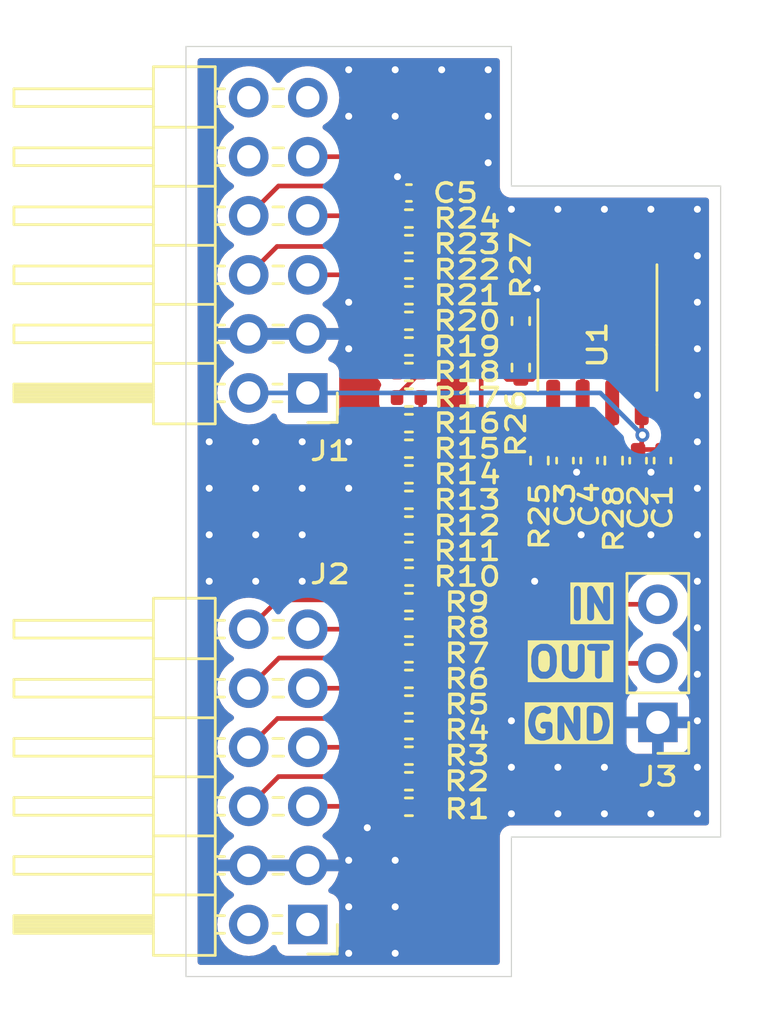
<source format=kicad_pcb>
(kicad_pcb (version 20240108) (generator "pcbnew") (generator_version "8.0")
  (layers (0 "F.Cu" signal) (31 "B.Cu" signal) (34 "B.Paste" user) (35 "F.Paste" user) (36 "B.SilkS" user "B.Silkscreen") (37 "F.SilkS" user "F.Silkscreen") (38 "B.Mask" user) (39 "F.Mask" user) (44 "Edge.Cuts" user))
  (net 0 "")
  (net 1 "+3V3")
  (net 2 "GND")
  (net 3 "Net-(U1B-+)")
  (net 4 "FPGA_43")
  (net 5 "Net-(U1A-+)")
  (net 6 "FPGA_36")
  (net 7 "FPGA_42")
  (net 8 "FPGA_44")
  (net 9 "FPGA_37")
  (net 10 "FPGA_45")
  (net 11 "FPGA_46")
  (net 12 "FPGA_38")
  (net 14 "FPGA_27")
  (net 15 "FPGA_23")
  (net 17 "FPGA_28")
  (net 18 "FPGA_32")
  (net 19 "FPGA_34")
  (net 20 "FPGA_25")
  (net 21 "FPGA_31")
  (net 22 "FPGA_26")
  (net 23 "DAC")
  (net 24 "INPUT")
  (net 25 "Net-(R1-Pad1)")
  (net 26 "Net-(R3-Pad2)")
  (net 27 "Net-(R5-Pad2)")
  (net 28 "Net-(R7-Pad2)")
  (net 29 "Net-(R10-Pad1)")
  (net 30 "Net-(R11-Pad2)")
  (net 31 "Net-(R13-Pad2)")
  (net 32 "Net-(R15-Pad2)")
  (net 33 "Net-(R17-Pad2)")
  (net 34 "Net-(R19-Pad2)")
  (net 35 "Net-(R21-Pad2)")
  (net 36 "Net-(U1B--)")
  (net 37 "Net-(R26-Pad2)")
  (footprint "Capacitor_SMD:C_0402_1005Metric" (layer "F.Cu") (at 154.343472 91.81 -90)
    (property "Reference" "C4" (at 1.9 0 90) (layer "F.SilkS") (effects (font (size 0.8 1))))
    (property "Value" "10n")
    (pad "1" smd roundrect (at -0.48 0 270) (size 0.56 0.62) (layers "F.Cu" "F.Paste" "F.Mask") (net 4 "FPGA_43"))
    (pad "2" smd roundrect (at 0.48 0 270) (size 0.56 0.62) (layers "F.Cu" "F.Paste" "F.Mask") (net 2 "GND"))
  )
  (footprint "Resistor_SMD:R_0402_1005Metric" (layer "F.Cu") (at 146.59 83.6 180)
    (property "Reference" "R22" (at -2.5 0 180) (layer "F.SilkS") (effects (font (size 0.8 1))))
    (property "Value" "20k")
    (pad "1" smd roundrect (at -0.51 0 180) (size 0.54 0.64) (layers "F.Cu" "F.Paste" "F.Mask") (net 35 "Net-(R21-Pad2)"))
    (pad "2" smd roundrect (at 0.51 0 180) (size 0.54 0.64) (layers "F.Cu" "F.Paste" "F.Mask") (net 12 "FPGA_38"))
  )
  (footprint "Resistor_SMD:R_0402_1005Metric" (layer "F.Cu") (at 146.59 88 180)
    (property "Reference" "R18" (at -2.5 0 180) (layer "F.SilkS") (effects (font (size 0.8 1))))
    (property "Value" "20k")
    (pad "1" smd roundrect (at -0.51 0 180) (size 0.54 0.64) (layers "F.Cu" "F.Paste" "F.Mask") (net 33 "Net-(R17-Pad2)"))
    (pad "2" smd roundrect (at 0.51 0 180) (size 0.54 0.64) (layers "F.Cu" "F.Paste" "F.Mask") (net 6 "FPGA_36"))
  )
  (footprint "Resistor_SMD:R_0402_1005Metric" (layer "F.Cu") (at 146.59 89.1 180)
    (property "Reference" "R17" (at -2.5 0 180) (layer "F.SilkS") (effects (font (size 0.8 1))))
    (property "Value" "10k")
    (pad "1" smd roundrect (at -0.51 0 180) (size 0.54 0.64) (layers "F.Cu" "F.Paste" "F.Mask") (net 32 "Net-(R15-Pad2)"))
    (pad "2" smd roundrect (at 0.51 0 180) (size 0.54 0.64) (layers "F.Cu" "F.Paste" "F.Mask") (net 33 "Net-(R17-Pad2)"))
  )
  (footprint "Resistor_SMD:R_0402_1005Metric" (layer "F.Cu") (at 146.59 101.2 180)
    (property "Reference" "R6" (at -2.5 0 180) (layer "F.SilkS") (effects (font (size 0.8 1))))
    (property "Value" "20k")
    (pad "1" smd roundrect (at -0.51 0 180) (size 0.54 0.64) (layers "F.Cu" "F.Paste" "F.Mask") (net 27 "Net-(R5-Pad2)"))
    (pad "2" smd roundrect (at 0.51 0 180) (size 0.54 0.64) (layers "F.Cu" "F.Paste" "F.Mask") (net 22 "FPGA_26"))
  )
  (footprint "Resistor_SMD:R_0402_1005Metric" (layer "F.Cu") (at 151.405 87.81 90)
    (property "Reference" "R26" (at -2.4 -0.205 -90) (layer "F.SilkS") (effects (font (size 0.8 1))))
    (property "Value" "10k")
    (pad "1" smd roundrect (at -0.51 0 90) (size 0.54 0.64) (layers "F.Cu" "F.Paste" "F.Mask") (net 36 "Net-(U1B--)"))
    (pad "2" smd roundrect (at 0.51 0 90) (size 0.54 0.64) (layers "F.Cu" "F.Paste" "F.Mask") (net 37 "Net-(R26-Pad2)"))
  )
  (footprint "Connector_PinHeader_2.54mm:PinHeader_2x06_P2.54mm_Horizontal" (layer "F.Cu") (at 142.24 111.76 180)
    (property "Reference" "J2" (at -0.96 15.06 180) (layer "F.SilkS") (effects (font (size 0.8 1))))
    (property "Value" "PMOD3")
    (pad "1" thru_hole rect (at 0 0 180) (size 1.7 1.7) (drill 1) (layers "*.Cu" "*.Mask"))
    (pad "2" thru_hole oval (at 2.54 0 180) (size 1.7 1.7) (drill 1) (layers "*.Cu" "*.Mask"))
    (pad "3" thru_hole oval (at 0 2.54 180) (size 1.7 1.7) (drill 1) (layers "*.Cu" "*.Mask") (net 2 "GND"))
    (pad "4" thru_hole oval (at 2.54 2.54 180) (size 1.7 1.7) (drill 1) (layers "*.Cu" "*.Mask") (net 2 "GND"))
    (pad "5" thru_hole oval (at 0 5.08 180) (size 1.7 1.7) (drill 1) (layers "*.Cu" "*.Mask") (net 15 "FPGA_23"))
    (pad "6" thru_hole oval (at 2.54 5.08 180) (size 1.7 1.7) (drill 1) (layers "*.Cu" "*.Mask") (net 20 "FPGA_25"))
    (pad "7" thru_hole oval (at 0 7.62 180) (size 1.7 1.7) (drill 1) (layers "*.Cu" "*.Mask") (net 22 "FPGA_26"))
    (pad "8" thru_hole oval (at 2.54 7.62 180) (size 1.7 1.7) (drill 1) (layers "*.Cu" "*.Mask") (net 14 "FPGA_27"))
    (pad "9" thru_hole oval (at 0 10.16 180) (size 1.7 1.7) (drill 1) (layers "*.Cu" "*.Mask") (net 17 "FPGA_28"))
    (pad "10" thru_hole oval (at 2.54 10.16 180) (size 1.7 1.7) (drill 1) (layers "*.Cu" "*.Mask") (net 21 "FPGA_31"))
    (pad "11" thru_hole oval (at 0 12.7 180) (size 1.7 1.7) (drill 1) (layers "*.Cu" "*.Mask") (net 18 "FPGA_32"))
    (pad "12" thru_hole oval (at 2.54 12.7 180) (size 1.7 1.7) (drill 1) (layers "*.Cu" "*.Mask") (net 19 "FPGA_34"))
  )
  (footprint "Capacitor_SMD:C_0402_1005Metric" (layer "F.Cu") (at 156.449549 91.813544 -90)
    (property "Reference" "C2" (at 2 0 90) (layer "F.SilkS") (effects (font (size 0.8 1))))
    (property "Value" "100n")
    (pad "1" smd roundrect (at -0.48 0 270) (size 0.56 0.62) (layers "F.Cu" "F.Paste" "F.Mask") (net 1 "+3V3"))
    (pad "2" smd roundrect (at 0.48 0 270) (size 0.56 0.62) (layers "F.Cu" "F.Paste" "F.Mask") (net 2 "GND"))
  )
  (footprint "Package_SO:SOIC-8_3.9x4.9mm_P1.27mm" (layer "F.Cu") (at 154.7 86.835 -90)
    (property "Reference" "U1" (at 0 0 90) (layer "F.SilkS") (effects (font (size 0.8 1))))
    (property "Value" "MCP6072-xSN")
    (pad "1" smd roundrect (at -2.475 -1.905 270) (size 1.95 0.6) (layers "F.Cu" "F.Paste" "F.Mask") (net 23 "DAC"))
    (pad "2" smd roundrect (at -2.475 -0.635 270) (size 1.95 0.6) (layers "F.Cu" "F.Paste" "F.Mask") (net 23 "DAC"))
    (pad "3" smd roundrect (at -2.475 0.635 270) (size 1.95 0.6) (layers "F.Cu" "F.Paste" "F.Mask") (net 5 "Net-(U1A-+)"))
    (pad "4" smd roundrect (at -2.475 1.905 270) (size 1.95 0.6) (layers "F.Cu" "F.Paste" "F.Mask") (net 2 "GND"))
    (pad "5" smd roundrect (at 2.475 1.905 270) (size 1.95 0.6) (layers "F.Cu" "F.Paste" "F.Mask") (net 3 "Net-(U1B-+)"))
    (pad "6" smd roundrect (at 2.475 0.635 270) (size 1.95 0.6) (layers "F.Cu" "F.Paste" "F.Mask") (net 36 "Net-(U1B--)"))
    (pad "7" smd roundrect (at 2.475 -0.635 270) (size 1.95 0.6) (layers "F.Cu" "F.Paste" "F.Mask") (net 37 "Net-(R26-Pad2)"))
    (pad "8" smd roundrect (at 2.475 -1.905 270) (size 1.95 0.6) (layers "F.Cu" "F.Paste" "F.Mask") (net 1 "+3V3"))
  )
  (footprint "Connector_PinHeader_2.54mm:PinHeader_2x06_P2.54mm_Horizontal" (layer "F.Cu") (at 142.24 88.9 180)
    (property "Reference" "J1" (at -0.96 -2.5 180) (layer "F.SilkS") (effects (font (size 0.8 1))))
    (property "Value" "PMOD2")
    (pad "1" thru_hole rect (at 0 0 180) (size 1.7 1.7) (drill 1) (layers "*.Cu" "*.Mask") (net 1 "+3V3"))
    (pad "2" thru_hole oval (at 2.54 0 180) (size 1.7 1.7) (drill 1) (layers "*.Cu" "*.Mask") (net 1 "+3V3"))
    (pad "3" thru_hole oval (at 0 2.54 180) (size 1.7 1.7) (drill 1) (layers "*.Cu" "*.Mask") (net 2 "GND"))
    (pad "4" thru_hole oval (at 2.54 2.54 180) (size 1.7 1.7) (drill 1) (layers "*.Cu" "*.Mask") (net 2 "GND"))
    (pad "5" thru_hole oval (at 0 5.08 180) (size 1.7 1.7) (drill 1) (layers "*.Cu" "*.Mask") (net 6 "FPGA_36"))
    (pad "6" thru_hole oval (at 2.54 5.08 180) (size 1.7 1.7) (drill 1) (layers "*.Cu" "*.Mask") (net 9 "FPGA_37"))
    (pad "7" thru_hole oval (at 0 7.62 180) (size 1.7 1.7) (drill 1) (layers "*.Cu" "*.Mask") (net 12 "FPGA_38"))
    (pad "8" thru_hole oval (at 2.54 7.62 180) (size 1.7 1.7) (drill 1) (layers "*.Cu" "*.Mask") (net 7 "FPGA_42"))
    (pad "9" thru_hole oval (at 0 10.16 180) (size 1.7 1.7) (drill 1) (layers "*.Cu" "*.Mask") (net 4 "FPGA_43"))
    (pad "10" thru_hole oval (at 2.54 10.16 180) (size 1.7 1.7) (drill 1) (layers "*.Cu" "*.Mask") (net 8 "FPGA_44"))
    (pad "11" thru_hole oval (at 0 12.7 180) (size 1.7 1.7) (drill 1) (layers "*.Cu" "*.Mask") (net 10 "FPGA_45"))
    (pad "12" thru_hole oval (at 2.54 12.7 180) (size 1.7 1.7) (drill 1) (layers "*.Cu" "*.Mask") (net 11 "FPGA_46"))
  )
  (footprint "Resistor_SMD:R_0402_1005Metric" (layer "F.Cu") (at 146.59 97.9 180)
    (property "Reference" "R9" (at -2.5 0 180) (layer "F.SilkS") (effects (font (size 0.8 1))))
    (property "Value" "10k")
    (pad "1" smd roundrect (at -0.51 0 180) (size 0.54 0.64) (layers "F.Cu" "F.Paste" "F.Mask") (net 28 "Net-(R7-Pad2)"))
    (pad "2" smd roundrect (at 0.51 0 180) (size 0.54 0.64) (layers "F.Cu" "F.Paste" "F.Mask") (net 29 "Net-(R10-Pad1)"))
  )
  (footprint "Resistor_SMD:R_0402_1005Metric" (layer "F.Cu") (at 146.59 99 180)
    (property "Reference" "R8" (at -2.5 0 180) (layer "F.SilkS") (effects (font (size 0.8 1))))
    (property "Value" "20k")
    (pad "1" smd roundrect (at -0.51 0 180) (size 0.54 0.64) (layers "F.Cu" "F.Paste" "F.Mask") (net 28 "Net-(R7-Pad2)"))
    (pad "2" smd roundrect (at 0.51 0 180) (size 0.54 0.64) (layers "F.Cu" "F.Paste" "F.Mask") (net 14 "FPGA_27"))
  )
  (footprint "Resistor_SMD:R_0402_1005Metric" (layer "F.Cu") (at 155.4 91.81 -90)
    (property "Reference" "R28" (at 2.5 0 90) (layer "F.SilkS") (effects (font (size 0.8 1))))
    (property "Value" "20k")
    (pad "1" smd roundrect (at -0.51 0 270) (size 0.54 0.64) (layers "F.Cu" "F.Paste" "F.Mask") (net 37 "Net-(R26-Pad2)"))
    (pad "2" smd roundrect (at 0.51 0 270) (size 0.54 0.64) (layers "F.Cu" "F.Paste" "F.Mask") (net 4 "FPGA_43"))
  )
  (footprint "Resistor_SMD:R_0402_1005Metric" (layer "F.Cu") (at 146.59 84.7 180)
    (property "Reference" "R21" (at -2.5 0 180) (layer "F.SilkS") (effects (font (size 0.8 1))))
    (property "Value" "10k")
    (pad "1" smd roundrect (at -0.51 0 180) (size 0.54 0.64) (layers "F.Cu" "F.Paste" "F.Mask") (net 34 "Net-(R19-Pad2)"))
    (pad "2" smd roundrect (at 0.51 0 180) (size 0.54 0.64) (layers "F.Cu" "F.Paste" "F.Mask") (net 35 "Net-(R21-Pad2)"))
  )
  (footprint "Resistor_SMD:R_0402_1005Metric" (layer "F.Cu") (at 146.6 96.8 180)
    (property "Reference" "R10" (at -2.49 0 180) (layer "F.SilkS") (effects (font (size 0.8 1))))
    (property "Value" "20k")
    (pad "1" smd roundrect (at -0.51 0 180) (size 0.54 0.64) (layers "F.Cu" "F.Paste" "F.Mask") (net 29 "Net-(R10-Pad1)"))
    (pad "2" smd roundrect (at 0.51 0 180) (size 0.54 0.64) (layers "F.Cu" "F.Paste" "F.Mask") (net 17 "FPGA_28"))
  )
  (footprint "Capacitor_SMD:C_0402_1005Metric" (layer "F.Cu") (at 146.59 80.3 180)
    (property "Reference" "C5" (at -2 0 180) (layer "F.SilkS") (effects (font (size 0.8 1))))
    (property "Value" "10n")
    (pad "1" smd roundrect (at -0.48 0 180) (size 0.56 0.62) (layers "F.Cu" "F.Paste" "F.Mask") (net 5 "Net-(U1A-+)"))
    (pad "2" smd roundrect (at 0.48 0 180) (size 0.56 0.62) (layers "F.Cu" "F.Paste" "F.Mask") (net 2 "GND"))
  )
  (footprint "Connector_PinHeader_2.54mm:PinHeader_1x03_P2.54mm_Vertical" (layer "F.Cu") (at 157.3 103.07 180)
    (property "Reference" "J3" (at 0 -2.33 180) (layer "F.SilkS") (effects (font (size 0.8 1))))
    (property "Value" "ANALOG")
    (pad "1" thru_hole rect (at 0 0 180) (size 1.7 1.7) (drill 1) (layers "*.Cu" "*.Mask") (net 2 "GND"))
    (pad "2" thru_hole oval (at 0 2.54 180) (size 1.7 1.7) (drill 1) (layers "*.Cu" "*.Mask") (net 23 "DAC"))
    (pad "3" thru_hole oval (at 0 5.08 180) (size 1.7 1.7) (drill 1) (layers "*.Cu" "*.Mask") (net 24 "INPUT"))
  )
  (footprint "Resistor_SMD:R_0402_1005Metric" (layer "F.Cu") (at 146.59 95.7 180)
    (property "Reference" "R11" (at -2.5 0 180) (layer "F.SilkS") (effects (font (size 0.8 1))))
    (property "Value" "10k")
    (pad "1" smd roundrect (at -0.51 0 180) (size 0.54 0.64) (layers "F.Cu" "F.Paste" "F.Mask") (net 29 "Net-(R10-Pad1)"))
    (pad "2" smd roundrect (at 0.51 0 180) (size 0.54 0.64) (layers "F.Cu" "F.Paste" "F.Mask") (net 30 "Net-(R11-Pad2)"))
  )
  (footprint "Resistor_SMD:R_0402_1005Metric" (layer "F.Cu") (at 146.59 85.8 180)
    (property "Reference" "R20" (at -2.5 0 180) (layer "F.SilkS") (effects (font (size 0.8 1))))
    (property "Value" "20k")
    (pad "1" smd roundrect (at -0.51 0 180) (size 0.54 0.64) (layers "F.Cu" "F.Paste" "F.Mask") (net 34 "Net-(R19-Pad2)"))
    (pad "2" smd roundrect (at 0.51 0 180) (size 0.54 0.64) (layers "F.Cu" "F.Paste" "F.Mask") (net 9 "FPGA_37"))
  )
  (footprint "Resistor_SMD:R_0402_1005Metric" (layer "F.Cu") (at 146.59 86.9 180)
    (property "Reference" "R19" (at -2.5 0 180) (layer "F.SilkS") (effects (font (size 0.8 1))))
    (property "Value" "10k")
    (pad "1" smd roundrect (at -0.51 0 180) (size 0.54 0.64) (layers "F.Cu" "F.Paste" "F.Mask") (net 33 "Net-(R17-Pad2)"))
    (pad "2" smd roundrect (at 0.51 0 180) (size 0.54 0.64) (layers "F.Cu" "F.Paste" "F.Mask") (net 34 "Net-(R19-Pad2)"))
  )
  (footprint "Resistor_SMD:R_0402_1005Metric" (layer "F.Cu") (at 146.59 104.5 180)
    (property "Reference" "R3" (at -2.5 0 180) (layer "F.SilkS") (effects (font (size 0.8 1))))
    (property "Value" "10k")
    (pad "1" smd roundrect (at -0.51 0 180) (size 0.54 0.64) (layers "F.Cu" "F.Paste" "F.Mask") (net 25 "Net-(R1-Pad1)"))
    (pad "2" smd roundrect (at 0.51 0 180) (size 0.54 0.64) (layers "F.Cu" "F.Paste" "F.Mask") (net 26 "Net-(R3-Pad2)"))
  )
  (footprint "Resistor_SMD:R_0402_1005Metric" (layer "F.Cu") (at 146.59 103.4 180)
    (property "Reference" "R4" (at -2.5 0 180) (layer "F.SilkS") (effects (font (size 0.8 1))))
    (property "Value" "20k")
    (pad "1" smd roundrect (at -0.51 0 180) (size 0.54 0.64) (layers "F.Cu" "F.Paste" "F.Mask") (net 26 "Net-(R3-Pad2)"))
    (pad "2" smd roundrect (at 0.51 0 180) (size 0.54 0.64) (layers "F.Cu" "F.Paste" "F.Mask") (net 20 "FPGA_25"))
  )
  (footprint "Resistor_SMD:R_0402_1005Metric" (layer "F.Cu") (at 146.59 91.3 180)
    (property "Reference" "R15" (at -2.5 0 180) (layer "F.SilkS") (effects (font (size 0.8 1))))
    (property "Value" "10k")
    (pad "1" smd roundrect (at -0.51 0 180) (size 0.54 0.64) (layers "F.Cu" "F.Paste" "F.Mask") (net 31 "Net-(R13-Pad2)"))
    (pad "2" smd roundrect (at 0.51 0 180) (size 0.54 0.64) (layers "F.Cu" "F.Paste" "F.Mask") (net 32 "Net-(R15-Pad2)"))
  )
  (footprint "Resistor_SMD:R_0402_1005Metric" (layer "F.Cu") (at 146.59 92.4 180)
    (property "Reference" "R14" (at -2.5 0 180) (layer "F.SilkS") (effects (font (size 0.8 1))))
    (property "Value" "20k")
    (pad "1" smd roundrect (at -0.51 0 180) (size 0.54 0.64) (layers "F.Cu" "F.Paste" "F.Mask") (net 31 "Net-(R13-Pad2)"))
    (pad "2" smd roundrect (at 0.51 0 180) (size 0.54 0.64) (layers "F.Cu" "F.Paste" "F.Mask") (net 18 "FPGA_32"))
  )
  (footprint "Resistor_SMD:R_0402_1005Metric" (layer "F.Cu") (at 152.205 91.81 90)
    (property "Reference" "R25" (at -2.4 0 -90) (layer "F.SilkS") (effects (font (size 0.8 1))))
    (property "Value" "10k")
    (pad "1" smd roundrect (at -0.51 0 90) (size 0.54 0.64) (layers "F.Cu" "F.Paste" "F.Mask") (net 24 "INPUT"))
    (pad "2" smd roundrect (at 0.51 0 90) (size 0.54 0.64) (layers "F.Cu" "F.Paste" "F.Mask") (net 3 "Net-(U1B-+)"))
  )
  (footprint "Capacitor_SMD:C_0402_1005Metric" (layer "F.Cu") (at 157.498689 91.809999 -90)
    (property "Reference" "C1" (at 2 0 90) (layer "F.SilkS") (effects (font (size 0.8 1))))
    (property "Value" "10u")
    (pad "1" smd roundrect (at -0.48 0 270) (size 0.56 0.62) (layers "F.Cu" "F.Paste" "F.Mask") (net 1 "+3V3"))
    (pad "2" smd roundrect (at 0.48 0 270) (size 0.56 0.62) (layers "F.Cu" "F.Paste" "F.Mask") (net 2 "GND"))
  )
  (footprint "Resistor_SMD:R_0402_1005Metric" (layer "F.Cu") (at 146.59 105.6 180)
    (property "Reference" "R2" (at -2.49 0 180) (layer "F.SilkS") (effects (font (size 0.8 1))))
    (property "Value" "20k")
    (pad "1" smd roundrect (at -0.51 0 180) (size 0.54 0.64) (layers "F.Cu" "F.Paste" "F.Mask") (net 25 "Net-(R1-Pad1)"))
    (pad "2" smd roundrect (at 0.51 0 180) (size 0.54 0.64) (layers "F.Cu" "F.Paste" "F.Mask") (net 15 "FPGA_23"))
  )
  (footprint "Resistor_SMD:R_0402_1005Metric" (layer "F.Cu") (at 146.59 94.6 180)
    (property "Reference" "R12" (at -2.5 0 180) (layer "F.SilkS") (effects (font (size 0.8 1))))
    (property "Value" "20k")
    (pad "1" smd roundrect (at -0.51 0 180) (size 0.54 0.64) (layers "F.Cu" "F.Paste" "F.Mask") (net 30 "Net-(R11-Pad2)"))
    (pad "2" smd roundrect (at 0.51 0 180) (size 0.54 0.64) (layers "F.Cu" "F.Paste" "F.Mask") (net 21 "FPGA_31"))
  )
  (footprint "Capacitor_SMD:C_0402_1005Metric" (layer "F.Cu") (at 153.305 91.81 -90)
    (property "Reference" "C3" (at 1.9 0 90) (layer "F.SilkS") (effects (font (size 0.8 1))))
    (property "Value" "100n")
    (pad "1" smd roundrect (at -0.48 0 270) (size 0.56 0.62) (layers "F.Cu" "F.Paste" "F.Mask") (net 3 "Net-(U1B-+)"))
    (pad "2" smd roundrect (at 0.48 0 270) (size 0.56 0.62) (layers "F.Cu" "F.Paste" "F.Mask") (net 2 "GND"))
  )
  (footprint "Resistor_SMD:R_0402_1005Metric" (layer "F.Cu") (at 146.59 82.5 180)
    (property "Reference" "R23" (at -2.5 0 180) (layer "F.SilkS") (effects (font (size 0.8 1))))
    (property "Value" "10k")
    (pad "1" smd roundrect (at -0.51 0 180) (size 0.54 0.64) (layers "F.Cu" "F.Paste" "F.Mask") (net 35 "Net-(R21-Pad2)"))
    (pad "2" smd roundrect (at 0.51 0 180) (size 0.54 0.64) (layers "F.Cu" "F.Paste" "F.Mask") (net 5 "Net-(U1A-+)"))
  )
  (footprint "Resistor_SMD:R_0402_1005Metric" (layer "F.Cu") (at 146.59 102.3 180)
    (property "Reference" "R5" (at -2.5 0 180) (layer "F.SilkS") (effects (font (size 0.8 1))))
    (property "Value" "10k")
    (pad "1" smd roundrect (at -0.51 0 180) (size 0.54 0.64) (layers "F.Cu" "F.Paste" "F.Mask") (net 26 "Net-(R3-Pad2)"))
    (pad "2" smd roundrect (at 0.51 0 180) (size 0.54 0.64) (layers "F.Cu" "F.Paste" "F.Mask") (net 27 "Net-(R5-Pad2)"))
  )
  (footprint "Resistor_SMD:R_0402_1005Metric" (layer "F.Cu") (at 151.405 85.81 -90)
    (property "Reference" "R27" (at -2.4 0 -90) (layer "F.SilkS") (effects (font (size 0.8 1))))
    (property "Value" "680")
    (pad "1" smd roundrect (at -0.51 0 270) (size 0.54 0.64) (layers "F.Cu" "F.Paste" "F.Mask") (net 23 "DAC"))
    (pad "2" smd roundrect (at 0.51 0 270) (size 0.54 0.64) (layers "F.Cu" "F.Paste" "F.Mask") (net 36 "Net-(U1B--)"))
  )
  (footprint "Resistor_SMD:R_0402_1005Metric" (layer "F.Cu") (at 146.59 90.2 180)
    (property "Reference" "R16" (at -2.5 0 180) (layer "F.SilkS") (effects (font (size 0.8 1))))
    (property "Value" "20k")
    (pad "1" smd roundrect (at -0.51 0 180) (size 0.54 0.64) (layers "F.Cu" "F.Paste" "F.Mask") (net 32 "Net-(R15-Pad2)"))
    (pad "2" smd roundrect (at 0.51 0 180) (size 0.54 0.64) (layers "F.Cu" "F.Paste" "F.Mask") (net 19 "FPGA_34"))
  )
  (footprint "Resistor_SMD:R_0402_1005Metric" (layer "F.Cu") (at 146.59 93.5 180)
    (property "Reference" "R13" (at -2.5 0 180) (layer "F.SilkS") (effects (font (size 0.8 1))))
    (property "Value" "10k")
    (pad "1" smd roundrect (at -0.51 0 180) (size 0.54 0.64) (layers "F.Cu" "F.Paste" "F.Mask") (net 30 "Net-(R11-Pad2)"))
    (pad "2" smd roundrect (at 0.51 0 180) (size 0.54 0.64) (layers "F.Cu" "F.Paste" "F.Mask") (net 31 "Net-(R13-Pad2)"))
  )
  (footprint "Resistor_SMD:R_0402_1005Metric" (layer "F.Cu") (at 146.59 106.7 180)
    (property "Reference" "R1" (at -2.5 -0.1 180) (layer "F.SilkS") (effects (font (size 0.8 1))))
    (property "Value" "20k")
    (pad "1" smd roundrect (at -0.51 0 180) (size 0.54 0.64) (layers "F.Cu" "F.Paste" "F.Mask") (net 25 "Net-(R1-Pad1)"))
    (pad "2" smd roundrect (at 0.51 0 180) (size 0.54 0.64) (layers "F.Cu" "F.Paste" "F.Mask") (net 2 "GND"))
  )
  (footprint "Resistor_SMD:R_0402_1005Metric" (layer "F.Cu") (at 146.59 81.4 180)
    (property "Reference" "R24" (at -2.5 0 180) (layer "F.SilkS") (effects (font (size 0.8 1))))
    (property "Value" "20k")
    (pad "1" smd roundrect (at -0.51 0 180) (size 0.54 0.64) (layers "F.Cu" "F.Paste" "F.Mask") (net 5 "Net-(U1A-+)"))
    (pad "2" smd roundrect (at 0.51 0 180) (size 0.54 0.64) (layers "F.Cu" "F.Paste" "F.Mask") (net 7 "FPGA_42"))
  )
  (footprint "Resistor_SMD:R_0402_1005Metric" (layer "F.Cu") (at 146.59 100.1 180)
    (property "Reference" "R7" (at -2.5 0 180) (layer "F.SilkS") (effects (font (size 0.8 1))))
    (property "Value" "10k")
    (pad "1" smd roundrect (at -0.51 0 180) (size 0.54 0.64) (layers "F.Cu" "F.Paste" "F.Mask") (net 27 "Net-(R5-Pad2)"))
    (pad "2" smd roundrect (at 0.51 0 180) (size 0.54 0.64) (layers "F.Cu" "F.Paste" "F.Mask") (net 28 "Net-(R7-Pad2)"))
  )
  (footprint "LOGO" (layer "B.Cu") (at 148.6 81.4 -90)
    (property "Reference" "G***" (hide yes))
    (property "Value" "LOGO" (hide yes))
  )
  (gr_line (start 137 74) (end 137 114) (stroke (width 0.05)) (layer "Edge.Cuts"))
  (gr_line (start 151 114) (end 151 108) (stroke (width 0.05)) (layer "Edge.Cuts"))
  (gr_line (start 151 108) (end 160 108) (stroke (width 0.05)) (layer "Edge.Cuts"))
  (gr_line (start 160 108) (end 160 80) (stroke (width 0.05)) (layer "Edge.Cuts"))
  (gr_line (start 160 80) (end 151 80) (stroke (width 0.05)) (layer "Edge.Cuts"))
  (gr_line (start 137 114) (end 151 114) (stroke (width 0.05)) (layer "Edge.Cuts"))
  (gr_line (start 151 74) (end 137 74) (stroke (width 0.05)) (layer "Edge.Cuts"))
  (gr_line (start 151 80) (end 151 74) (stroke (width 0.05)) (layer "Edge.Cuts"))
  (gr_text "IN" (at 155.576075 98.007723 0) (layer "F.SilkS" knockout) (effects (font (size 1.2 1.2) (thickness 0.3) (bold yes)) (justify right)))
  (gr_text "GND" (at 155.5 103.16518 0) (layer "F.SilkS" knockout) (effects (font (size 1.2 1.2) (thickness 0.3) (bold yes)) (justify right)))
  (gr_text "OUT" (at 155.4 100.5 0) (layer "F.SilkS" knockout) (effects (font (size 1.2 1.2) (thickness 0.3) (bold yes)) (justify right)))
  (segment (start 156.635 90.71) (end 156.605 90.74) (width 0.2) (layer "F.Cu") (net 1))
  (segment (start 156.449549 91.333544) (end 157.495144 91.333544) (width 0.2) (layer "F.Cu") (net 1))
  (segment (start 156.605 90.68) (end 156.635 90.71) (width 0.2) (layer "F.Cu") (net 1))
  (segment (start 156.605 89.31) (end 156.605 90.68) (width 0.2) (layer "F.Cu") (net 1))
  (segment (start 156.605 90.74) (end 156.605 91.178093) (width 0.2) (layer "F.Cu") (net 1))
  (via (at 156.635 90.71) (size 0.6) (drill 0.3) (layers "F.Cu" "B.Cu") (net 1))
  (segment (start 154.825 88.9) (end 156.635 90.71) (width 0.2) (layer "B.Cu") (net 1))
  (segment (start 142.24 88.9) (end 154.825 88.9) (width 0.2) (layer "B.Cu") (net 1))
  (segment (start 142.24 88.9) (end 139.7 88.9) (width 0.2) (layer "B.Cu") (net 1))
  (segment (start 146.11 79.61) (end 146.1 79.6) (width 0.2) (layer "F.Cu") (net 2))
  (segment (start 156.988544 92.293544) (end 157.005 92.31) (width 0.2) (layer "F.Cu") (net 2))
  (segment (start 154.343472 92.29) (end 153.825 92.29) (width 0.2) (layer "F.Cu") (net 2))
  (segment (start 152.155 84.36) (end 152.105 84.41) (width 0.2) (layer "F.Cu") (net 2))
  (segment (start 156.449549 92.293544) (end 156.988544 92.293544) (width 0.2) (layer "F.Cu") (net 2))
  (segment (start 153.825 92.29) (end 153.805 92.31) (width 0.2) (layer "F.Cu") (net 2))
  (segment (start 157.021456 92.293544) (end 157.495144 92.293544) (width 0.2) (layer "F.Cu") (net 2))
  (segment (start 153.785 92.29) (end 153.305 92.29) (width 0.2) (layer "F.Cu") (net 2))
  (segment (start 157.005 92.31) (end 157.021456 92.293544) (width 0.2) (layer "F.Cu") (net 2))
  (segment (start 152.795 84.36) (end 152.155 84.36) (width 0.2) (layer "F.Cu") (net 2))
  (segment (start 146.08 106.7) (end 145.7 106.7) (width 0.2) (layer "F.Cu") (net 2))
  (segment (start 146.11 80.3) (end 146.11 79.61) (width 0.2) (layer "F.Cu") (net 2))
  (segment (start 153.805 92.31) (end 153.785 92.29) (width 0.2) (layer "F.Cu") (net 2))
  (segment (start 145.7 106.7) (end 144.8 107.6) (width 0.2) (layer "F.Cu") (net 2))
  (via (at 159 85) (size 0.6) (drill 0.3) (layers "F.Cu" "B.Cu") (net 2))
  (via (at 140 91) (size 0.6) (drill 0.3) (layers "F.Cu" "B.Cu") (net 2))
  (via (at 159 81) (size 0.6) (drill 0.3) (layers "F.Cu" "B.Cu") (net 2))
  (via (at 144 113) (size 0.6) (drill 0.3) (layers "F.Cu" "B.Cu") (net 2))
  (via (at 159 91) (size 0.6) (drill 0.3) (layers "F.Cu" "B.Cu") (net 2))
  (via (at 152.105 84.41) (size 0.6) (drill 0.3) (layers "F.Cu" "B.Cu") (net 2))
  (via (at 159 97) (size 0.6) (drill 0.3) (layers "F.Cu" "B.Cu") (net 2))
  (via (at 159 89) (size 0.6) (drill 0.3) (layers "F.Cu" "B.Cu") (net 2))
  (via (at 146 113) (size 0.6) (drill 0.3) (layers "F.Cu" "B.Cu") (net 2))
  (via (at 159 105) (size 0.6) (drill 0.3) (layers "F.Cu" "B.Cu") (net 2))
  (via (at 159 93) (size 0.6) (drill 0.3) (layers "F.Cu" "B.Cu") (net 2))
  (via (at 155 107) (size 0.6) (drill 0.3) (layers "F.Cu" "B.Cu") (net 2))
  (via (at 154 95) (size 0.6) (drill 0.3) (layers "F.Cu" "B.Cu") (net 2))
  (via (at 153 105) (size 0.6) (drill 0.3) (layers "F.Cu" "B.Cu") (net 2))
  (via (at 159 107) (size 0.6) (drill 0.3) (layers "F.Cu" "B.Cu") (net 2))
  (via (at 159 99) (size 0.6) (drill 0.3) (layers "F.Cu" "B.Cu") (net 2))
  (via (at 146.1 79.6) (size 0.6) (drill 0.3) (layers "F.Cu" "B.Cu") (net 2))
  (via (at 144 87) (size 0.6) (drill 0.3) (layers "F.Cu" "B.Cu") (net 2))
  (via (at 138 93) (size 0.6) (drill 0.3) (layers "F.Cu" "B.Cu") (net 2))
  (via (at 144 75) (size 0.6) (drill 0.3) (layers "F.Cu" "B.Cu") (net 2))
  (via (at 153 107) (size 0.6) (drill 0.3) (layers "F.Cu" "B.Cu") (net 2))
  (via (at 153.805 92.31) (size 0.6) (drill 0.3) (layers "F.Cu" "B.Cu") (net 2))
  (via (at 150 75) (size 0.6) (drill 0.3) (layers "F.Cu" "B.Cu") (net 2))
  (via (at 157.005 92.31) (size 0.6) (drill 0.3) (layers "F.Cu" "B.Cu") (net 2))
  (via (at 159 83) (size 0.6) (drill 0.3) (layers "F.Cu" "B.Cu") (net 2))
  (via (at 144 85) (size 0.6) (drill 0.3) (layers "F.Cu" "B.Cu") (net 2))
  (via (at 159 103) (size 0.6) (drill 0.3) (layers "F.Cu" "B.Cu") (net 2))
  (via (at 144.8 107.6) (size 0.6) (drill 0.3) (layers "F.Cu" "B.Cu") (net 2))
  (via (at 138 97) (size 0.6) (drill 0.3) (layers "F.Cu" "B.Cu") (net 2))
  (via (at 144 109) (size 0.6) (drill 0.3) (layers "F.Cu" "B.Cu") (net 2))
  (via (at 151 103) (size 0.6) (drill 0.3) (layers "F.Cu" "B.Cu") (net 2))
  (via (at 159 87) (size 0.6) (drill 0.3) (layers "F.Cu" "B.Cu") (net 2))
  (via (at 153 81) (size 0.6) (drill 0.3) (layers "F.Cu" "B.Cu") (net 2))
  (via (at 150 77) (size 0.6) (drill 0.3) (layers "F.Cu" "B.Cu") (net 2))
  (via (at 138 95) (size 0.6) (drill 0.3) (layers "F.Cu" "B.Cu") (net 2))
  (via (at 151 107) (size 0.6) (drill 0.3) (layers "F.Cu" "B.Cu") (net 2))
  (via (at 157 107) (size 0.6) (drill 0.3) (layers "F.Cu" "B.Cu") (net 2))
  (via (at 151 81) (size 0.6) (drill 0.3) (layers "F.Cu" "B.Cu") (net 2))
  (via (at 152 97) (size 0.6) (drill 0.3) (layers "F.Cu" "B.Cu") (net 2))
  (via (at 144 93) (size 0.6) (drill 0.3) (layers "F.Cu" "B.Cu") (net 2))
  (via (at 146 111) (size 0.6) (drill 0.3) (layers "F.Cu" "B.Cu") (net 2))
  (via (at 146 109) (size 0.6) (drill 0.3) (layers "F.Cu" "B.Cu") (net 2))
  (via (at 157 95) (size 0.6) (drill 0.3) (layers "F.Cu" "B.Cu") (net 2))
  (via (at 146 75) (size 0.6) (drill 0.3) (layers "F.Cu" "B.Cu") (net 2))
  (via (at 140 95) (size 0.6) (drill 0.3) (layers "F.Cu" "B.Cu") (net 2))
  (via (at 148 75) (size 0.6) (drill 0.3) (layers "F.Cu" "B.Cu") (net 2))
  (via (at 142 95) (size 0.6) (drill 0.3) (layers "F.Cu" "B.Cu") (net 2))
  (via (at 155 81) (size 0.6) (drill 0.3) (layers "F.Cu" "B.Cu") (net 2))
  (via (at 140 97) (size 0.6) (drill 0.3) (layers "F.Cu" "B.Cu") (net 2))
  (via (at 159 101) (size 0.6) (drill 0.3) (layers "F.Cu" "B.Cu") (net 2))
  (via (at 144 91) (size 0.6) (drill 0.3) (layers "F.Cu" "B.Cu") (net 2))
  (via (at 150 79) (size 0.6) (drill 0.3) (layers "F.Cu" "B.Cu") (net 2))
  (via (at 144 111) (size 0.6) (drill 0.3) (layers "F.Cu" "B.Cu") (net 2))
  (via (at 151 105) (size 0.6) (drill 0.3) (layers "F.Cu" "B.Cu") (net 2))
  (via (at 146 77) (size 0.6) (drill 0.3) (layers "F.Cu" "B.Cu") (net 2))
  (via (at 159 95) (size 0.6) (drill 0.3) (layers "F.Cu" "B.Cu") (net 2))
  (via (at 140 93) (size 0.6) (drill 0.3) (layers "F.Cu" "B.Cu") (net 2))
  (via (at 157 81) (size 0.6) (drill 0.3) (layers "F.Cu" "B.Cu") (net 2))
  (via (at 142 91) (size 0.6) (drill 0.3) (layers "F.Cu" "B.Cu") (net 2))
  (via (at 138 91) (size 0.6) (drill 0.3) (layers "F.Cu" "B.Cu") (net 2))
  (via (at 155 105) (size 0.6) (drill 0.3) (layers "F.Cu" "B.Cu") (net 2))
  (via (at 142 97) (size 0.6) (drill 0.3) (layers "F.Cu" "B.Cu") (net 2))
  (via (at 144 77) (size 0.6) (drill 0.3) (layers "F.Cu" "B.Cu") (net 2))
  (via (at 142 93) (size 0.6) (drill 0.3) (layers "F.Cu" "B.Cu") (net 2))
  (segment (start 153.305 91.33) (end 152.805 91.33) (width 0.2) (layer "F.Cu") (net 3))
  (segment (start 152.805 91.33) (end 152.235 91.33) (width 0.2) (layer "F.Cu") (net 3))
  (segment (start 152.795 91.32) (end 152.805 91.33) (width 0.2) (layer "F.Cu") (net 3))
  (segment (start 152.795 89.31) (end 152.795 91.32) (width 0.2) (layer "F.Cu") (net 3))
  (segment (start 150.8 82) (end 147.54 78.74) (width 0.2) (layer "F.Cu") (net 4))
  (segment (start 158.108689 92.616133) (end 158.108689 82.408689) (width 0.2) (layer "F.Cu") (net 4))
  (segment (start 147.54 78.74) (end 142.24 78.74) (width 0.2) (layer "F.Cu") (net 4))
  (segment (start 155.835 93.31) (end 157.414822 93.31) (width 0.2) (layer "F.Cu") (net 4))
  (segment (start 158.108689 82.408689) (end 157.7 82) (width 0.2) (layer "F.Cu") (net 4))
  (segment (start 155.4 92.875) (end 155.835 93.31) (width 0.2) (layer "F.Cu") (net 4))
  (segment (start 157.7 82) (end 150.8 82) (width 0.2) (layer "F.Cu") (net 4))
  (segment (start 157.414822 93.31) (end 158.108689 92.616133) (width 0.2) (layer "F.Cu") (net 4))
  (segment (start 155.4 92.32) (end 155.4 92.875) (width 0.2) (layer "F.Cu") (net 4))
  (segment (start 155.333472 92.32) (end 154.343472 91.33) (width 0.2) (layer "F.Cu") (net 4))
  (segment (start 150.31 82.81) (end 148.9 81.4) (width 0.2) (layer "F.Cu") (net 5))
  (segment (start 154.065 83.17) (end 153.705 82.81) (width 0.2) (layer "F.Cu") (net 5))
  (segment (start 153.705 82.81) (end 150.31 82.81) (width 0.2) (layer "F.Cu") (net 5))
  (segment (start 148.9 81.4) (end 147.1 81.4) (width 0.2) (layer "F.Cu") (net 5))
  (segment (start 147.1 81.4) (end 147.1 80.33) (width 0.2) (layer "F.Cu") (net 5))
  (segment (start 154.065 84.36) (end 154.065 83.17) (width 0.2) (layer "F.Cu") (net 5))
  (segment (start 146.08 82.42) (end 147.1 81.4) (width 0.2) (layer "F.Cu") (net 5))
  (segment (start 145.4 87.6) (end 145.4 86.2) (width 0.2) (layer "F.Cu") (net 6))
  (segment (start 144.52 83.82) (end 142.24 83.82) (width 0.2) (layer "F.Cu") (net 6))
  (segment (start 144.9 84.2) (end 144.52 83.82) (width 0.2) (layer "F.Cu") (net 6))
  (segment (start 145.8 88) (end 145.4 87.6) (width 0.2) (layer "F.Cu") (net 6))
  (segment (start 144.9 85.7) (end 144.9 84.2) (width 0.2) (layer "F.Cu") (net 6))
  (segment (start 145.4 86.2) (end 144.9 85.7) (width 0.2) (layer "F.Cu") (net 6))
  (segment (start 146.08 88) (end 145.8 88) (width 0.2) (layer "F.Cu") (net 6))
  (segment (start 146.08 81.4) (end 145.5 81.4) (width 0.2) (layer "F.Cu") (net 7))
  (segment (start 145.5 81.4) (end 144.1 80) (width 0.2) (layer "F.Cu") (net 7))
  (segment (start 144.1 80) (end 140.98 80) (width 0.2) (layer "F.Cu") (net 7))
  (segment (start 140.98 80) (end 139.7 81.28) (width 0.2) (layer "F.Cu") (net 7))
  (segment (start 144.5 82.6) (end 144.9 83) (width 0.2) (layer "F.Cu") (net 9))
  (segment (start 145.8 85.8) (end 146.08 85.8) (width 0.2) (layer "F.Cu") (net 9))
  (segment (start 140.92 82.6) (end 144.5 82.6) (width 0.2) (layer "F.Cu") (net 9))
  (segment (start 145.4 85.4) (end 145.8 85.8) (width 0.2) (layer "F.Cu") (net 9))
  (segment (start 144.9 83) (end 144.9 83.4) (width 0.2) (layer "F.Cu") (net 9))
  (segment (start 139.7 83.82) (end 140.92 82.6) (width 0.2) (layer "F.Cu") (net 9))
  (segment (start 144.9 83.4) (end 145.4 83.9) (width 0.2) (layer "F.Cu") (net 9))
  (segment (start 145.4 83.9) (end 145.4 85.4) (width 0.2) (layer "F.Cu") (net 9))
  (segment (start 145.4 83.2) (end 145.4 82.1) (width 0.2) (layer "F.Cu") (net 12))
  (segment (start 145.8 83.6) (end 145.4 83.2) (width 0.2) (layer "F.Cu") (net 12))
  (segment (start 144.58 81.28) (end 142.24 81.28) (width 0.2) (layer "F.Cu") (net 12))
  (segment (start 145.4 82.1) (end 144.58 81.28) (width 0.2) (layer "F.Cu") (net 12))
  (segment (start 146.08 83.6) (end 145.8 83.6) (width 0.2) (layer "F.Cu") (net 12))
  (segment (start 145.4 99.4) (end 145.4 100.9) (width 0.2) (layer "F.Cu") (net 14))
  (segment (start 144.5 102.9) (end 140.94 102.9) (width 0.2) (layer "F.Cu") (net 14))
  (segment (start 146.08 99) (end 145.8 99) (width 0.2) (layer "F.Cu") (net 14))
  (segment (start 144.9 101.4) (end 144.9 102.5) (width 0.2) (layer "F.Cu") (net 14))
  (segment (start 145.4 100.9) (end 144.9 101.4) (width 0.2) (layer "F.Cu") (net 14))
  (segment (start 140.94 102.9) (end 139.7 104.14) (width 0.2) (layer "F.Cu") (net 14))
  (segment (start 145.8 99) (end 145.4 99.4) (width 0.2) (layer "F.Cu") (net 14))
  (segment (start 144.9 102.5) (end 144.5 102.9) (width 0.2) (layer "F.Cu") (net 14))
  (segment (start 142.24 106.68) (end 144.72 106.68) (width 0.2) (layer "F.Cu") (net 15))
  (segment (start 144.72 106.68) (end 145.8 105.6) (width 0.2) (layer "F.Cu") (net 15))
  (segment (start 145.8 105.6) (end 146.08 105.6) (width 0.2) (layer "F.Cu") (net 15))
  (segment (start 145.4 97.2) (end 145.4 98.7) (width 0.2) (layer "F.Cu") (net 17))
  (segment (start 144.9 99.2) (end 144.9 100.7) (width 0.2) (layer "F.Cu") (net 17))
  (segment (start 145.8 96.8) (end 145.4 97.2) (width 0.2) (layer "F.Cu") (net 17))
  (segment (start 146.09 96.8) (end 145.8 96.8) (width 0.2) (layer "F.Cu") (net 17))
  (segment (start 144.9 100.7) (end 144 101.6) (width 0.2) (layer "F.Cu") (net 17))
  (segment (start 145.4 98.7) (end 144.9 99.2) (width 0.2) (layer "F.Cu") (net 17))
  (segment (start 144 101.6) (end 142.24 101.6) (width 0.2) (layer "F.Cu") (net 17))
  (segment (start 144.9 94.8) (end 144.9 96.3) (width 0.2) (layer "F.Cu") (net 18))
  (segment (start 144.4 98.3) (end 143.64 99.06) (width 0.2) (layer "F.Cu") (net 18))
  (segment (start 145.4 94.3) (end 144.9 94.8) (width 0.2) (layer "F.Cu") (net 18))
  (segment (start 143.64 99.06) (end 142.24 99.06) (width 0.2) (layer "F.Cu") (net 18))
  (segment (start 145.4 92.8) (end 145.4 94.3) (width 0.2) (layer "F.Cu") (net 18))
  (segment (start 144.9 96.3) (end 144.4 96.8) (width 0.2) (layer "F.Cu") (net 18))
  (segment (start 145.8 92.4) (end 145.4 92.8) (width 0.2) (layer "F.Cu") (net 18))
  (segment (start 144.4 96.8) (end 144.4 98.3) (width 0.2) (layer "F.Cu") (net 18))
  (segment (start 146.08 92.4) (end 145.8 92.4) (width 0.2) (layer "F.Cu") (net 18))
  (segment (start 144.9 92.6) (end 144.9 94.1) (width 0.2) (layer "F.Cu") (net 19))
  (segment (start 143.5 97.8) (end 140.96 97.8) (width 0.2) (layer "F.Cu") (net 19))
  (segment (start 144.4 94.6) (end 144.4 96.1) (width 0.2) (layer "F.Cu") (net 19))
  (segment (start 145.4 92.1) (end 144.9 92.6) (width 0.2) (layer "F.Cu") (net 19))
  (segment (start 145.8 90.2) (end 145.4 90.6) (width 0.2) (layer "F.Cu") (net 19))
  (segment (start 143.9 97.4) (end 143.5 97.8) (width 0.2) (layer "F.Cu") (net 19))
  (segment (start 145.4 90.6) (end 145.4 92.1) (width 0.2) (layer "F.Cu") (net 19))
  (segment (start 144.4 96.1) (end 143.9 96.6) (width 0.2) (layer "F.Cu") (net 19))
  (segment (start 140.96 97.8) (end 139.7 99.06) (width 0.2) (layer "F.Cu") (net 19))
  (segment (start 143.9 96.6) (end 143.9 97.4) (width 0.2) (layer "F.Cu") (net 19))
  (segment (start 144.9 94.1) (end 144.4 94.6) (width 0.2) (layer "F.Cu") (net 19))
  (segment (start 146.08 90.2) (end 145.8 90.2) (width 0.2) (layer "F.Cu") (net 19))
  (segment (start 145 105.4) (end 140.98 105.4) (width 0.2) (layer "F.Cu") (net 20))
  (segment (start 145.4 105) (end 145 105.4) (width 0.2) (layer "F.Cu") (net 20))
  (segment (start 145.4 103.8) (end 145.4 105) (width 0.2) (layer "F.Cu") (net 20))
  (segment (start 145.8 103.4) (end 145.4 103.8) (width 0.2) (layer "F.Cu") (net 20))
  (segment (start 146.08 103.4) (end 145.8 103.4) (width 0.2) (layer "F.Cu") (net 20))
  (segment (start 140.98 105.4) (end 139.7 106.68) (width 0.2) (layer "F.Cu") (net 20))
  (segment (start 145.4 96.5) (end 144.9 97) (width 0.2) (layer "F.Cu") (net 21))
  (segment (start 141 100.3) (end 139.7 101.6) (width 0.2) (layer "F.Cu") (net 21))
  (segment (start 144.4 99) (end 144.4 99.9) (width 0.2) (layer "F.Cu") (net 21))
  (segment (start 144.4 99.9) (end 144 100.3) (width 0.2) (layer "F.Cu") (net 21))
  (segment (start 145.8 94.6) (end 145.4 95) (width 0.2) (layer "F.Cu") (net 21))
  (segment (start 145.4 95) (end 145.4 96.5) (width 0.2) (layer "F.Cu") (net 21))
  (segment (start 144.9 97) (end 144.9 98.5) (width 0.2) (layer "F.Cu") (net 21))
  (segment (start 144 100.3) (end 141 100.3) (width 0.2) (layer "F.Cu") (net 21))
  (segment (start 144.9 98.5) (end 144.4 99) (width 0.2) (layer "F.Cu") (net 21))
  (segment (start 146.08 94.6) (end 145.8 94.6) (width 0.2) (layer "F.Cu") (net 21))
  (segment (start 145.8 101.2) (end 145.4 101.6) (width 0.2) (layer "F.Cu") (net 22))
  (segment (start 144.26 104.14) (end 142.24 104.14) (width 0.2) (layer "F.Cu") (net 22))
  (segment (start 146.08 101.2) (end 145.8 101.2) (width 0.2) (layer "F.Cu") (net 22))
  (segment (start 145.4 101.6) (end 145.4 103) (width 0.2) (layer "F.Cu") (net 22))
  (segment (start 145.4 103) (end 144.26 104.14) (width 0.2) (layer "F.Cu") (net 22))
  (segment (start 151.405 85.3) (end 150.6 85.3) (width 0.2) (layer "F.Cu") (net 23))
  (segment (start 149.7 99.4) (end 150.83 100.53) (width 0.2) (layer "F.Cu") (net 23))
  (segment (start 156.605 84.36) (end 155.335 84.36) (width 0.2) (layer "F.Cu") (net 23))
  (segment (start 150.6 85.3) (end 149.7 86.2) (width 0.2) (layer "F.Cu") (net 23))
  (segment (start 149.7 86.2) (end 149.7 99.4) (width 0.2) (layer "F.Cu") (net 23))
  (segment (start 155.335 85.48) (end 155.335 84.36) (width 0.2) (layer "F.Cu") (net 23))
  (segment (start 152.305 85.81) (end 155.005 85.81) (width 0.2) (layer "F.Cu") (net 23))
  (segment (start 157.3 100.53) (end 150.83 100.53) (width 0.2) (layer "F.Cu") (net 23))
  (segment (start 151.795 85.3) (end 152.305 85.81) (width 0.2) (layer "F.Cu") (net 23))
  (segment (start 151.405 85.3) (end 151.795 85.3) (width 0.2) (layer "F.Cu") (net 23))
  (segment (start 155.005 85.81) (end 155.335 85.48) (width 0.2) (layer "F.Cu") (net 23))
  (segment (start 150.6 97.4) (end 150.6 92.8) (width 0.2) (layer "F.Cu") (net 24))
  (segment (start 150.6 92.8) (end 151.08 92.32) (width 0.2) (layer "F.Cu") (net 24))
  (segment (start 151.08 92.32) (end 152.205 92.32) (width 0.2) (layer "F.Cu") (net 24))
  (segment (start 151.19 97.99) (end 150.6 97.4) (width 0.2) (layer "F.Cu") (net 24))
  (segment (start 157.3 97.99) (end 151.19 97.99) (width 0.2) (layer "F.Cu") (net 24))
  (segment (start 147.1 106.7) (end 147.1 104.5) (width 0.2) (layer "F.Cu") (net 25))
  (segment (start 147.1 103.4) (end 147.1 102.3) (width 0.2) (layer "F.Cu") (net 26))
  (segment (start 146.08 104.42) (end 147.1 103.4) (width 0.2) (layer "F.Cu") (net 26))
  (segment (start 147.1 101.2) (end 147.1 100.1) (width 0.2) (layer "F.Cu") (net 27))
  (segment (start 146.08 102.22) (end 147.1 101.2) (width 0.2) (layer "F.Cu") (net 27))
  (segment (start 146.08 100.02) (end 147.1 99) (width 0.2) (layer "F.Cu") (net 28))
  (segment (start 147.1 99) (end 147.1 97.9) (width 0.2) (layer "F.Cu") (net 28))
  (segment (start 147.11 96.8) (end 147.11 95.71) (width 0.2) (layer "F.Cu") (net 29))
  (segment (start 146.08 97.83) (end 147.11 96.8) (width 0.2) (layer "F.Cu") (net 29))
  (segment (start 146.08 95.62) (end 147.1 94.6) (width 0.2) (layer "F.Cu") (net 30))
  (segment (start 147.1 94.6) (end 147.1 93.5) (width 0.2) (layer "F.Cu") (net 30))
  (segment (start 147.1 92.4) (end 147.1 91.3) (width 0.2) (layer "F.Cu") (net 31))
  (segment (start 146.08 93.42) (end 147.1 92.4) (width 0.2) (layer "F.Cu") (net 31))
  (segment (start 146.08 91.22) (end 147.1 90.2) (width 0.2) (layer "F.Cu") (net 32))
  (segment (start 147.1 90.2) (end 147.1 89.1) (width 0.2) (layer "F.Cu") (net 32))
  (segment (start 147.1 88) (end 147.1 86.9) (width 0.2) (layer "F.Cu") (net 33))
  (segment (start 146.08 89.02) (end 147.1 88) (width 0.2) (layer "F.Cu") (net 33))
  (segment (start 146.08 86.82) (end 147.1 85.8) (width 0.2) (layer "F.Cu") (net 34))
  (segment (start 147.1 85.8) (end 147.1 84.7) (width 0.2) (layer "F.Cu") (net 34))
  (segment (start 147.1 83.6) (end 147.1 82.5) (width 0.2) (layer "F.Cu") (net 35))
  (segment (start 146.08 84.62) (end 147.1 83.6) (width 0.2) (layer "F.Cu") (net 35))
  (segment (start 150.4 86.8) (end 150.4 87.9) (width 0.2) (layer "F.Cu") (net 36))
  (segment (start 150.4 87.9) (end 150.82 88.32) (width 0.2) (layer "F.Cu") (net 36))
  (segment (start 151.405 86.32) (end 150.88 86.32) (width 0.2) (layer "F.Cu") (net 36))
  (segment (start 153.705 87.91) (end 152.305 87.91) (width 0.2) (layer "F.Cu") (net 36))
  (segment (start 150.82 88.32) (end 151.405 88.32) (width 0.2) (layer "F.Cu") (net 36))
  (segment (start 150.88 86.32) (end 150.4 86.8) (width 0.2) (layer "F.Cu") (net 36))
  (segment (start 151.895 88.32) (end 152.305 87.91) (width 0.2) (layer "F.Cu") (net 36))
  (segment (start 154.065 88.27) (end 153.705 87.91) (width 0.2) (layer "F.Cu") (net 36))
  (segment (start 151.405 88.32) (end 151.895 88.32) (width 0.2) (layer "F.Cu") (net 36))
  (segment (start 154.065 89.31) (end 154.065 88.27) (width 0.2) (layer "F.Cu") (net 36))
  (segment (start 155.335 89.31) (end 155.335 88.24) (width 0.2) (layer "F.Cu") (net 37))
  (segment (start 155.335 89.31) (end 155.335 91.235) (width 0.2) (layer "F.Cu") (net 37))
  (segment (start 155.335 88.24) (end 154.395 87.3) (width 0.2) (layer "F.Cu") (net 37))
  (segment (start 154.395 87.3) (end 151.405 87.3) (width 0.2) (layer "F.Cu") (net 37))
  (zone (net 0) (net_name "") (layer "F.Cu") (connect_pads (clearance 0)) (min_thickness 0.25)
    (keepout (tracks allowed) (vias allowed) (pads allowed) (copperpour not_allowed) (footprints allowed))
    (fill (thermal_gap 0.5) (thermal_bridge_width 0.5))
    (polygon (pts (xy 145.7 106.3) (xy 145.7 107.5) (xy 146.4 107.5) (xy 146.4 106.3) (xy 145.8 106.3)))
  )
  (zone (net 2) (net_name "GND") (layers "F&B.Cu") (connect_pads (clearance 0.5)) (min_thickness 0.25) (fill yes (thermal_gap 0.5) (thermal_bridge_width 0.5))
    (polygon (pts (xy 129 116) (xy 162 116) (xy 162 72) (xy 129 72)))
  )
)
</source>
